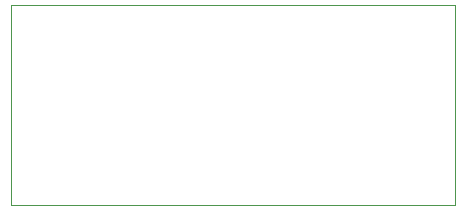
<source format=gbr>
G04*
G04 #@! TF.GenerationSoftware,Altium Limited,Altium Designer,25.0.2 (28)*
G04*
G04 Layer_Color=0*
%FSLAX25Y25*%
%MOIN*%
G70*
G04*
G04 #@! TF.SameCoordinates,3DC6336E-5C34-4527-9770-C00B4075D205*
G04*
G04*
G04 #@! TF.FilePolarity,Positive*
G04*
G01*
G75*
%ADD20C,0.00100*%
D20*
X148000D01*
Y66500D01*
X0D01*
Y0D01*
M02*

</source>
